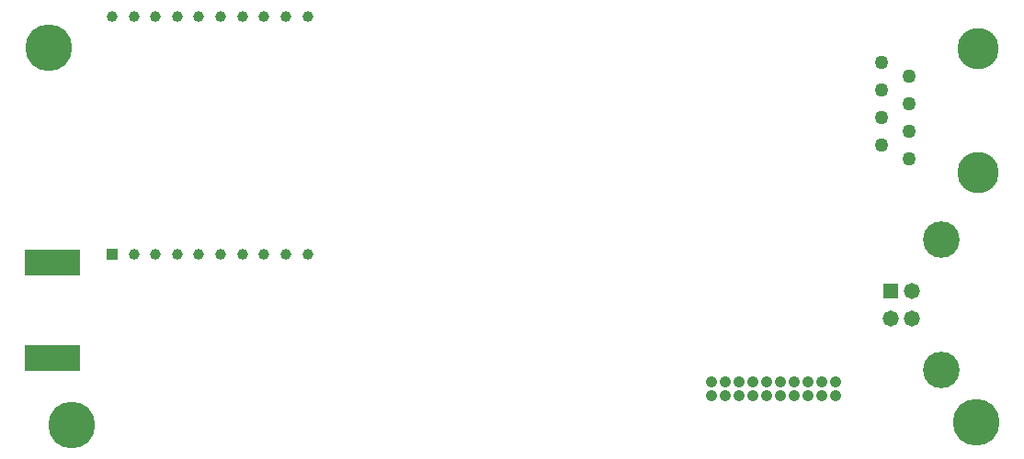
<source format=gbr>
%TF.GenerationSoftware,KiCad,Pcbnew,7.0.1*%
%TF.CreationDate,2023-04-09T14:50:31-07:00*%
%TF.ProjectId,Ground-Station-Telemetry,47726f75-6e64-42d5-9374-6174696f6e2d,rev?*%
%TF.SameCoordinates,Original*%
%TF.FileFunction,Soldermask,Bot*%
%TF.FilePolarity,Negative*%
%FSLAX46Y46*%
G04 Gerber Fmt 4.6, Leading zero omitted, Abs format (unit mm)*
G04 Created by KiCad (PCBNEW 7.0.1) date 2023-04-09 14:50:31*
%MOMM*%
%LPD*%
G01*
G04 APERTURE LIST*
%ADD10C,4.300000*%
%ADD11R,1.008000X1.008000*%
%ADD12C,1.008000*%
%ADD13C,1.270000*%
%ADD14C,3.810000*%
%ADD15C,1.066800*%
%ADD16R,1.478000X1.478000*%
%ADD17C,1.478000*%
%ADD18C,3.366000*%
%ADD19R,5.080000X2.413000*%
G04 APERTURE END LIST*
D10*
%TO.C,H4*%
X137541000Y-111252000D03*
%TD*%
D11*
%TO.C,U5*%
X141237500Y-95560000D03*
D12*
X143237500Y-95560000D03*
X145237500Y-95560000D03*
X147237500Y-95560000D03*
X149237500Y-95560000D03*
X151237500Y-95560000D03*
X153237500Y-95560000D03*
X155237500Y-95560000D03*
X157237500Y-95560000D03*
X159237500Y-95560000D03*
X159237500Y-73560000D03*
X157237500Y-73560000D03*
X155237500Y-73560000D03*
X153237500Y-73560000D03*
X151237500Y-73560000D03*
X149237500Y-73560000D03*
X147237500Y-73560000D03*
X145237500Y-73560000D03*
X143237500Y-73560000D03*
X141237500Y-73560000D03*
%TD*%
D13*
%TO.C,P3*%
X214630000Y-86741000D03*
X212090000Y-85471000D03*
X214630000Y-84201000D03*
X212090000Y-82931000D03*
X214630000Y-81661000D03*
X212090000Y-80391000D03*
X214630000Y-79121000D03*
X212090000Y-77851000D03*
D14*
X220980000Y-88011000D03*
X220980000Y-76581000D03*
%TD*%
D10*
%TO.C,H2*%
X135382000Y-76454000D03*
%TD*%
D15*
%TO.C,P1*%
X207899000Y-107303950D03*
X207899000Y-108573950D03*
X206629000Y-107303950D03*
X206629000Y-108573950D03*
X205359000Y-107303950D03*
X205359000Y-108573950D03*
X204089000Y-107303950D03*
X204089000Y-108573950D03*
X202819000Y-107303950D03*
X202819000Y-108573950D03*
X201549000Y-107303950D03*
X201549000Y-108573950D03*
X200279000Y-107303950D03*
X200279000Y-108573950D03*
X199009000Y-107303950D03*
X199009000Y-108573950D03*
X197739000Y-107303950D03*
X197739000Y-108573950D03*
X196469000Y-107303950D03*
X196469000Y-108573950D03*
%TD*%
D10*
%TO.C,H1*%
X220853000Y-110998000D03*
%TD*%
D16*
%TO.C,P2*%
X212926500Y-98953000D03*
D17*
X212926500Y-101453000D03*
X214926500Y-101453000D03*
X214926500Y-98953000D03*
D18*
X217636500Y-106223000D03*
X217636500Y-94183000D03*
%TD*%
D19*
%TO.C,AE1*%
X135699500Y-105105200D03*
X135699500Y-96329500D03*
%TD*%
M02*

</source>
